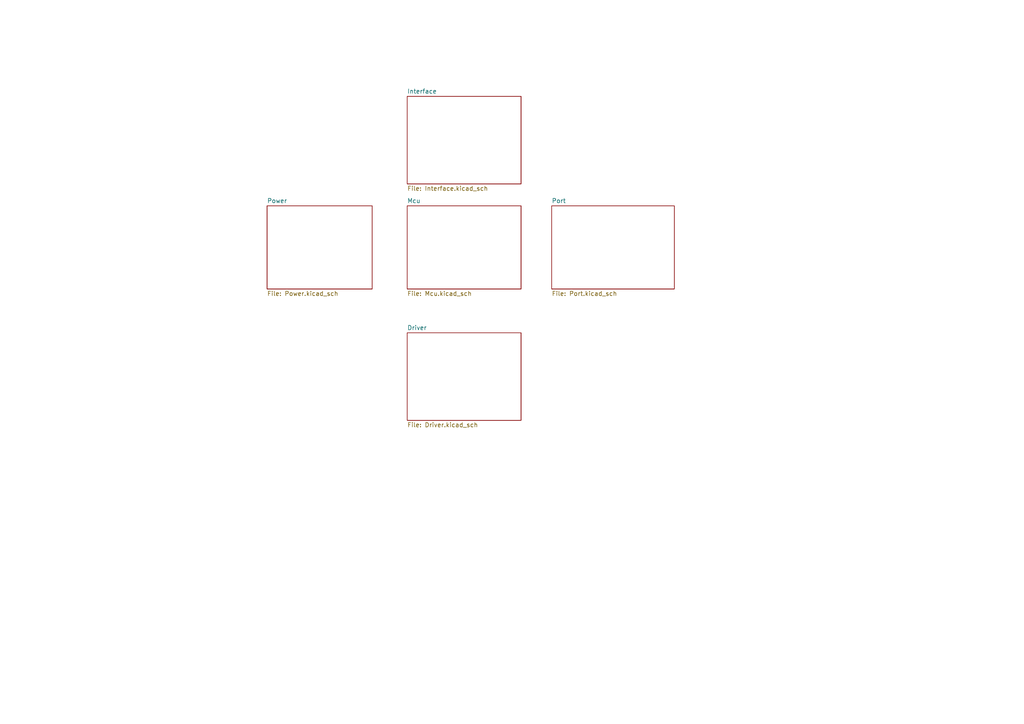
<source format=kicad_sch>
(kicad_sch
	(version 20250114)
	(generator "eeschema")
	(generator_version "9.0")
	(uuid "3c5de6a8-6840-43a5-a2fb-24dbb7f0450d")
	(paper "A4")
	(lib_symbols)
	(sheet
		(at 77.47 59.69)
		(size 30.48 24.13)
		(exclude_from_sim no)
		(in_bom yes)
		(on_board yes)
		(dnp no)
		(fields_autoplaced yes)
		(stroke
			(width 0.1524)
			(type solid)
		)
		(fill
			(color 0 0 0 0.0000)
		)
		(uuid "79279b58-6f84-47a5-8a20-31a3cd7584cf")
		(property "Sheetname" "Power"
			(at 77.47 58.9784 0)
			(effects
				(font
					(size 1.27 1.27)
				)
				(justify left bottom)
			)
		)
		(property "Sheetfile" "Power.kicad_sch"
			(at 77.47 84.4046 0)
			(effects
				(font
					(size 1.27 1.27)
				)
				(justify left top)
			)
		)
		(instances
			(project "motor_42"
				(path "/3c5de6a8-6840-43a5-a2fb-24dbb7f0450d"
					(page "5")
				)
			)
		)
	)
	(sheet
		(at 118.11 59.69)
		(size 33.02 24.13)
		(exclude_from_sim no)
		(in_bom yes)
		(on_board yes)
		(dnp no)
		(fields_autoplaced yes)
		(stroke
			(width 0.1524)
			(type solid)
		)
		(fill
			(color 0 0 0 0.0000)
		)
		(uuid "91ecfca5-1fde-4bfb-b396-1bb710e5b1bd")
		(property "Sheetname" "Mcu"
			(at 118.11 58.9784 0)
			(effects
				(font
					(size 1.27 1.27)
				)
				(justify left bottom)
			)
		)
		(property "Sheetfile" "Mcu.kicad_sch"
			(at 118.11 84.4046 0)
			(effects
				(font
					(size 1.27 1.27)
				)
				(justify left top)
			)
		)
		(instances
			(project "motor_42"
				(path "/3c5de6a8-6840-43a5-a2fb-24dbb7f0450d"
					(page "3")
				)
			)
		)
	)
	(sheet
		(at 118.11 27.94)
		(size 33.02 25.4)
		(exclude_from_sim no)
		(in_bom yes)
		(on_board yes)
		(dnp no)
		(fields_autoplaced yes)
		(stroke
			(width 0.1524)
			(type solid)
		)
		(fill
			(color 0 0 0 0.0000)
		)
		(uuid "9b49f0d1-725c-46a9-83d3-f1e791b8bf0d")
		(property "Sheetname" "Interface"
			(at 118.11 27.2284 0)
			(effects
				(font
					(size 1.27 1.27)
				)
				(justify left bottom)
			)
		)
		(property "Sheetfile" "Interface.kicad_sch"
			(at 118.11 53.9246 0)
			(effects
				(font
					(size 1.27 1.27)
				)
				(justify left top)
			)
		)
		(instances
			(project "motor_42"
				(path "/3c5de6a8-6840-43a5-a2fb-24dbb7f0450d"
					(page "6")
				)
			)
		)
	)
	(sheet
		(at 118.11 96.52)
		(size 33.02 25.4)
		(exclude_from_sim no)
		(in_bom yes)
		(on_board yes)
		(dnp no)
		(fields_autoplaced yes)
		(stroke
			(width 0.1524)
			(type solid)
		)
		(fill
			(color 0 0 0 0.0000)
		)
		(uuid "a4b26d4c-a648-4a1c-b008-d85c88bc1a9d")
		(property "Sheetname" "Driver"
			(at 118.11 95.8084 0)
			(effects
				(font
					(size 1.27 1.27)
				)
				(justify left bottom)
			)
		)
		(property "Sheetfile" "Driver.kicad_sch"
			(at 118.11 122.5046 0)
			(effects
				(font
					(size 1.27 1.27)
				)
				(justify left top)
			)
		)
		(instances
			(project "motor_42"
				(path "/3c5de6a8-6840-43a5-a2fb-24dbb7f0450d"
					(page "2")
				)
			)
		)
	)
	(sheet
		(at 160.02 59.69)
		(size 35.56 24.13)
		(exclude_from_sim no)
		(in_bom yes)
		(on_board yes)
		(dnp no)
		(fields_autoplaced yes)
		(stroke
			(width 0.1524)
			(type solid)
		)
		(fill
			(color 0 0 0 0.0000)
		)
		(uuid "a6d4f9ac-ce94-4e25-ac55-8dc736c58565")
		(property "Sheetname" "Port"
			(at 160.02 58.9784 0)
			(effects
				(font
					(size 1.27 1.27)
				)
				(justify left bottom)
			)
		)
		(property "Sheetfile" "Port.kicad_sch"
			(at 160.02 84.4046 0)
			(effects
				(font
					(size 1.27 1.27)
				)
				(justify left top)
			)
		)
		(instances
			(project "motor_42"
				(path "/3c5de6a8-6840-43a5-a2fb-24dbb7f0450d"
					(page "4")
				)
			)
		)
	)
	(sheet_instances
		(path "/"
			(page "1")
		)
	)
	(embedded_fonts no)
)

</source>
